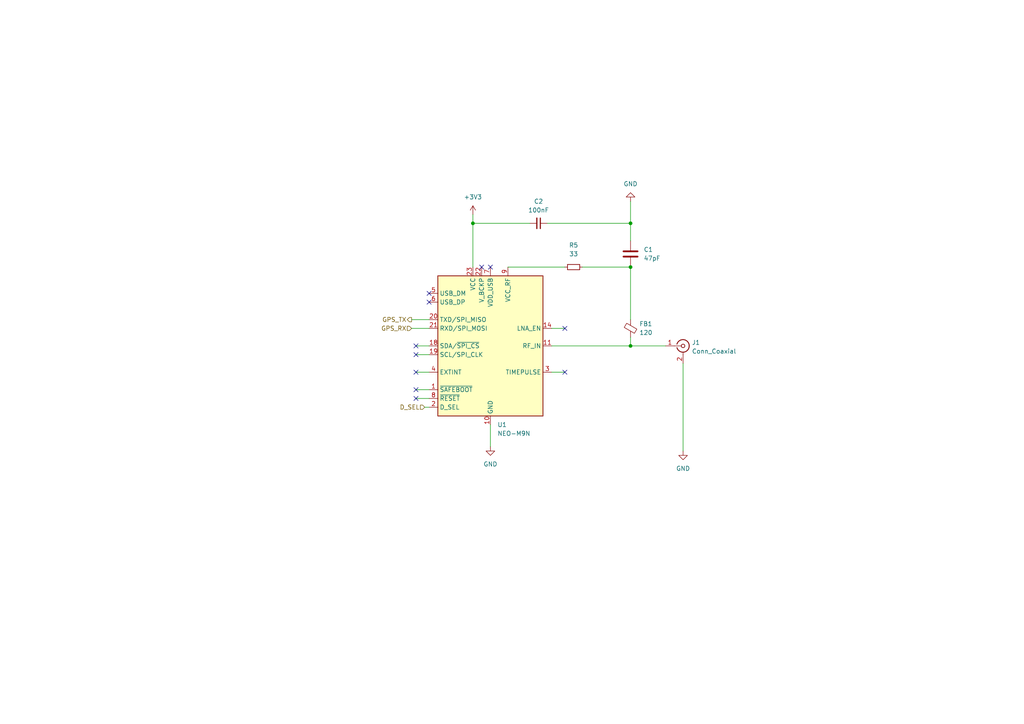
<source format=kicad_sch>
(kicad_sch (version 20211123) (generator eeschema)
  (paper "A4")
  (lib_symbols
    (symbol "Connector:Conn_Coaxial" (pin_names (offset 1.016) hide)
      (property "Reference" "J" (at 0.254 3.048 0))
      (property "Value" "Conn_Coaxial" (at 2.921 0 90))
      (symbol "Conn_Coaxial_0_1"
        (arc (start -1.778 -0.508) (mid 0.2311 -1.8066) (end 1.778 0) (stroke (width 0.254)))
        (polyline (pts (xy -2.54 0) (xy -0.508 0)))
        (polyline (pts (xy 0 -2.54) (xy 0 -1.778)))
        (circle (center 0 0) (radius 0.508) (stroke (width 0.2032)))
        (arc (start 1.778 0) (mid 0.2099 1.8101) (end -1.778 0.508) (stroke (width 0.254)))
      )
      (symbol "Conn_Coaxial_1_1"
        (pin passive line (at -5.08 0 0) (length 2.54) (name "In") (number "1"))
        (pin passive line (at 0 -5.08 90) (length 2.54) (name "Ext") (number "2"))
      )
    )
    (symbol "Device:C" (pin_numbers hide) (pin_names (offset 0.254))
      (property "Reference" "C" (at 0.635 2.54 0))
      (property "Value" "C" (at 0.635 -2.54 0))
      (symbol "C_0_1"
        (polyline (pts (xy -2.032 -0.762) (xy 2.032 -0.762)) (stroke (width 0.508)))
        (polyline (pts (xy -2.032 0.762) (xy 2.032 0.762)) (stroke (width 0.508)))
      )
      (symbol "C_1_1"
        (pin passive line (at 0 3.81 270) (length 2.794) (name "~") (number "1"))
        (pin passive line (at 0 -3.81 90) (length 2.794) (name "~") (number "2"))
      )
    )
    (symbol "Device:C_Small" (pin_numbers hide) (pin_names (offset 0.254) hide)
      (property "Reference" "C" (at 0.254 1.778 0))
      (property "Value" "C_Small" (at 0.254 -2.032 0))
      (symbol "C_Small_0_1"
        (polyline (pts (xy -1.524 -0.508) (xy 1.524 -0.508)) (stroke (width 0.3302)))
        (polyline (pts (xy -1.524 0.508) (xy 1.524 0.508)) (stroke (width 0.3048)))
      )
      (symbol "C_Small_1_1"
        (pin passive line (at 0 2.54 270) (length 2.032) (name "~") (number "1"))
        (pin passive line (at 0 -2.54 90) (length 2.032) (name "~") (number "2"))
      )
    )
    (symbol "Device:FerriteBead_Small" (pin_numbers hide) (pin_names (offset 0))
      (property "Reference" "FB" (at 1.905 1.27 0))
      (property "Value" "FerriteBead_Small" (at 1.905 -1.27 0))
      (symbol "FerriteBead_Small_0_1"
        (polyline (pts (xy 0 -1.27) (xy 0 -0.7874)))
        (polyline (pts (xy 0 0.889) (xy 0 1.2954)))
        (polyline (pts (xy -1.8288 0.2794) (xy -1.1176 1.4986) (xy 1.8288 -0.2032) (xy 1.1176 -1.4224) (xy -1.8288 0.2794)))
      )
      (symbol "FerriteBead_Small_1_1"
        (pin passive line (at 0 2.54 270) (length 1.27) (name "~") (number "1"))
        (pin passive line (at 0 -2.54 90) (length 1.27) (name "~") (number "2"))
      )
    )
    (symbol "Device:R_Small" (pin_numbers hide) (pin_names (offset 0.254) hide)
      (property "Reference" "R" (at 0.762 0.508 0))
      (property "Value" "R_Small" (at 0.762 -1.016 0))
      (symbol "R_Small_0_1"
        (rectangle (start -0.762 1.778) (end 0.762 -1.778) (stroke (width 0.2032)))
      )
      (symbol "R_Small_1_1"
        (pin passive line (at 0 2.54 270) (length 0.762) (name "~") (number "1"))
        (pin passive line (at 0 -2.54 90) (length 0.762) (name "~") (number "2"))
      )
    )
    (symbol "RF_GPS:NEO-M8N"
      (property "Reference" "U" (at -13.97 21.59 0))
      (property "Value" "NEO-M8N" (at 11.43 21.59 0))
      (symbol "NEO-M8N_0_1"
        (rectangle (start -15.24 20.32) (end 15.24 -20.32) (stroke (width 0.254)) (fill (type background)))
      )
      (symbol "NEO-M8N_1_1"
        (pin input line (at -17.78 -12.7 0) (length 2.54) (name "~{SAFEBOOT}") (number "1"))
        (pin power_in line (at 0 -22.86 90) (length 2.54) (name "GND") (number "10"))
        (pin input line (at 17.78 0 180) (length 2.54) (name "RF_IN") (number "11"))
        (pin passive line (at 0 -22.86 90) (length 2.54) hide (name "GND") (number "12"))
        (pin passive line (at 0 -22.86 90) (length 2.54) hide (name "GND") (number "13"))
        (pin output line (at 17.78 5.08 180) (length 2.54) (name "LNA_EN") (number "14"))
        (pin no_connect line (at 15.24 -10.16 180) (length 2.54) hide (name "RESERVED") (number "15"))
        (pin no_connect line (at 15.24 -12.7 180) (length 2.54) hide (name "RESERVED") (number "16"))
        (pin no_connect line (at 15.24 -15.24 180) (length 2.54) hide (name "RESERVED") (number "17"))
        (pin bidirectional line (at -17.78 0 0) (length 2.54) (name "SDA/~{SPI_CS}") (number "18"))
        (pin input line (at -17.78 -2.54 0) (length 2.54) (name "SCL/SPI_CLK") (number "19"))
        (pin input line (at -17.78 -17.78 0) (length 2.54) (name "D_SEL") (number "2"))
        (pin output line (at -17.78 7.62 0) (length 2.54) (name "TXD/SPI_MISO") (number "20"))
        (pin input line (at -17.78 5.08 0) (length 2.54) (name "RXD/SPI_MOSI") (number "21"))
        (pin power_in line (at -2.54 22.86 270) (length 2.54) (name "V_BCKP") (number "22"))
        (pin power_in line (at -5.08 22.86 270) (length 2.54) (name "VCC") (number "23"))
        (pin passive line (at 0 -22.86 90) (length 2.54) hide (name "GND") (number "24"))
        (pin output line (at 17.78 -7.62 180) (length 2.54) (name "TIMEPULSE") (number "3"))
        (pin input line (at -17.78 -7.62 0) (length 2.54) (name "EXTINT") (number "4"))
        (pin bidirectional line (at -17.78 15.24 0) (length 2.54) (name "USB_DM") (number "5"))
        (pin bidirectional line (at -17.78 12.7 0) (length 2.54) (name "USB_DP") (number "6"))
        (pin power_in line (at 0 22.86 270) (length 2.54) (name "VDD_USB") (number "7"))
        (pin input line (at -17.78 -15.24 0) (length 2.54) (name "~{RESET}") (number "8"))
        (pin power_out line (at 5.08 22.86 270) (length 2.54) (name "VCC_RF") (number "9"))
      )
    )
    (symbol "power:+3V3" (power) (pin_names (offset 0))
      (property "Value" "+3V3" (at 0 3.556 0))
      (symbol "+3V3_0_1"
        (polyline (pts (xy -0.762 1.27) (xy 0 2.54)))
        (polyline (pts (xy 0 0) (xy 0 2.54)))
        (polyline (pts (xy 0 2.54) (xy 0.762 1.27)))
      )
      (symbol "+3V3_1_1"
        (pin power_in line (at 0 0 90) (length 0) hide (name "+3V3") (number "1"))
      )
    )
    (symbol "power:GND" (power) (pin_names (offset 0))
      (property "Value" "GND" (at 0 -3.81 0))
      (symbol "GND_0_1"
        (polyline (pts (xy 0 0) (xy 0 -1.27) (xy 1.27 -1.27) (xy 0 -2.54) (xy -1.27 -1.27) (xy 0 -1.27)))
      )
      (symbol "GND_1_1"
        (pin power_in line (at 0 0 270) (length 0) hide (name "GND") (number "1"))
      )
    )
  )
  (junction (at 137.16 64.77))
  (junction (at 182.88 77.47))
  (junction (at 182.88 64.77))
  (junction (at 182.88 100.33))
  (no_connect (at 120.65 100.33))
  (no_connect (at 124.46 87.63))
  (no_connect (at 124.46 85.09))
  (no_connect (at 139.7 77.47))
  (no_connect (at 120.65 102.87))
  (no_connect (at 120.65 115.57))
  (no_connect (at 120.65 107.95))
  (no_connect (at 163.83 107.95))
  (no_connect (at 163.83 95.25))
  (no_connect (at 142.24 77.47))
  (no_connect (at 120.65 113.03))
  (wire (pts (xy 137.16 64.77) (xy 137.16 77.47)))
  (wire (pts (xy 160.02 107.95) (xy 163.83 107.95)))
  (wire (pts (xy 142.24 123.19) (xy 142.24 129.54)))
  (wire (pts (xy 158.75 64.77) (xy 182.88 64.77)))
  (wire (pts (xy 182.88 100.33) (xy 193.04 100.33)))
  (wire (pts (xy 120.65 107.95) (xy 124.46 107.95)))
  (wire (pts (xy 182.88 77.47) (xy 182.88 92.71)))
  (wire (pts (xy 182.88 64.77) (xy 182.88 69.85)))
  (wire (pts (xy 137.16 62.23) (xy 137.16 64.77)))
  (wire (pts (xy 160.02 100.33) (xy 182.88 100.33)))
  (wire (pts (xy 182.88 97.79) (xy 182.88 100.33)))
  (wire (pts (xy 198.12 105.41) (xy 198.12 130.81)))
  (wire (pts (xy 120.65 115.57) (xy 124.46 115.57)))
  (wire (pts (xy 168.91 77.47) (xy 182.88 77.47)))
  (wire (pts (xy 137.16 64.77) (xy 153.67 64.77)))
  (wire (pts (xy 120.65 100.33) (xy 124.46 100.33)))
  (wire (pts (xy 120.65 113.03) (xy 124.46 113.03)))
  (wire (pts (xy 163.83 95.25) (xy 160.02 95.25)))
  (wire (pts (xy 120.65 102.87) (xy 124.46 102.87)))
  (wire (pts (xy 119.38 95.25) (xy 124.46 95.25)))
  (wire (pts (xy 182.88 58.42) (xy 182.88 64.77)))
  (wire (pts (xy 123.19 118.11) (xy 124.46 118.11)))
  (wire (pts (xy 119.38 92.71) (xy 124.46 92.71)))
  (wire (pts (xy 147.32 77.47) (xy 163.83 77.47)))
  (hierarchical_label "D_SEL" (shape input) (at 123.19 118.11 180))
  (hierarchical_label "GPS_TX" (shape output) (at 119.38 92.71 180))
  (hierarchical_label "GPS_RX" (shape input) (at 119.38 95.25 180))
  (symbol (lib_id "Device:C") (at 182.88 73.66 0) (unit 1)
    (property "Reference" "C1" (at 186.69 72.3899 0) (effects (justify left)))
    (property "Value" "47pF" (at 186.69 74.9299 0) (effects (justify left)))
    (property "Footprint" "Capacitor_SMD:C_0805_2012Metric_Pad1.18x1.45mm_HandSolder" (effects hide))
  )
  (symbol (lib_id "power:+3V3") (at 137.16 62.23 0) (unit 1)
    (property "Reference" "#PWR?" (effects hide))
    (property "Value" "+3V3" (at 137.16 57.15 0))
  )
  (symbol (lib_id "Device:C_Small") (at 156.21 64.77 270) (unit 1)
    (property "Reference" "C2" (at 156.2036 58.42 90))
    (property "Value" "100nF" (at 156.2036 60.96 90))
    (property "Footprint" "Capacitor_SMD:C_0805_2012Metric_Pad1.18x1.45mm_HandSolder" (effects hide))
  )
  (symbol (lib_id "Connector:Conn_Coaxial") (at 198.12 100.33 0) (unit 1)
    (property "Reference" "J1" (at 200.66 99.3531 0) (effects (justify left)))
    (property "Value" "Conn_Coaxial" (at 200.66 101.8931 0) (effects (justify left)))
    (property "Footprint" "Connector_Coaxial:SMA_Molex_73251-2200_Horizontal" (effects hide))
    (property "Datasheet" " ~" (effects hide))
  )
  (symbol (lib_id "power:GND") (at 142.24 129.54 0) (unit 1)
    (property "Reference" "#PWR02" (effects hide))
    (property "Value" "GND" (at 142.24 134.62 0))
  )
  (symbol (lib_id "power:GND") (at 182.88 58.42 180) (unit 1)
    (property "Reference" "#PWR03" (effects hide))
    (property "Value" "GND" (at 182.88 53.34 0))
  )
  (symbol (lib_id "power:GND") (at 198.12 130.81 0) (unit 1)
    (property "Reference" "#PWR04" (effects hide))
    (property "Value" "GND" (at 198.12 135.89 0))
  )
  (symbol (lib_id "Device:FerriteBead_Small") (at 182.88 95.25 0) (unit 1)
    (property "Reference" "FB1" (at 185.42 93.9418 0) (effects (justify left)))
    (property "Value" "120" (at 185.42 96.4818 0) (effects (justify left)))
    (property "Footprint" "Resistor_SMD:R_0805_2012Metric_Pad1.20x1.40mm_HandSolder" (effects hide))
  )
  (symbol (lib_id "Device:R_Small") (at 166.37 77.47 90) (unit 1)
    (property "Reference" "R5" (at 166.37 71.12 90))
    (property "Value" "33" (at 166.37 73.66 90))
    (property "Footprint" "Resistor_SMD:R_0805_2012Metric_Pad1.20x1.40mm_HandSolder" (effects hide))
  )
  (symbol (lib_id "RF_GPS:NEO-M8N") (at 142.24 100.33 0) (unit 1)
    (property "Reference" "U1" (at 144.2594 123.19 0) (effects (justify left)))
    (property "Value" "NEO-M9N" (at 144.2594 125.73 0) (effects (justify left)))
    (property "Footprint" "RF_GPS:ublox_NEO" (effects hide))
    (property "Datasheet" "https://www.u-blox.com/sites/default/files/NEO-M8-FW3_DataSheet_%28UBX-15031086%29.pdf" (effects hide))
  )
)
</source>
